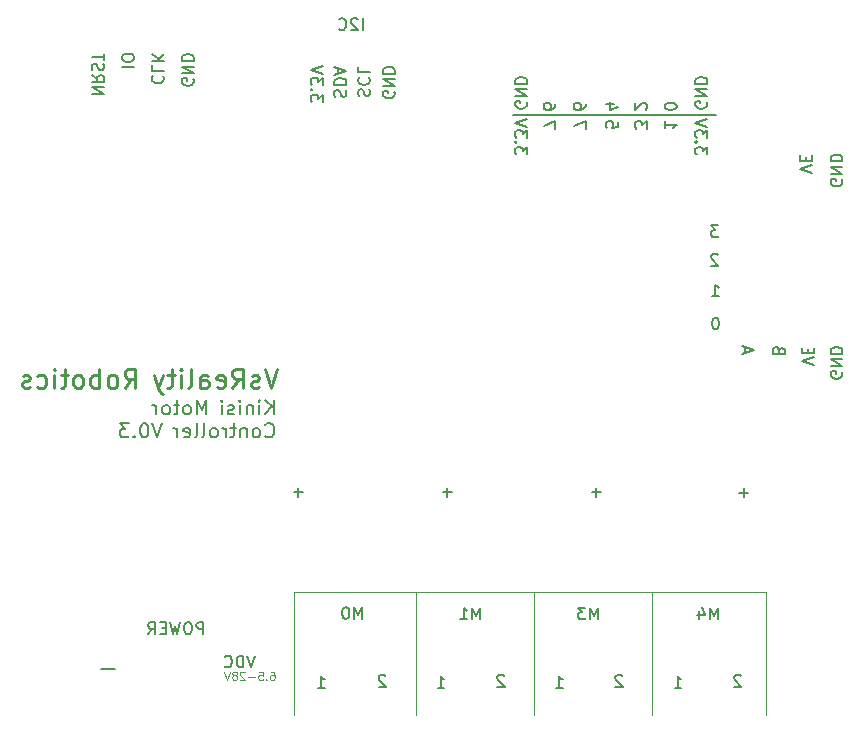
<source format=gbr>
%TF.GenerationSoftware,KiCad,Pcbnew,(7.0.0)*%
%TF.CreationDate,2023-05-21T11:33:29-07:00*%
%TF.ProjectId,smart_motor_controller,736d6172-745f-46d6-9f74-6f725f636f6e,0.1.1*%
%TF.SameCoordinates,Original*%
%TF.FileFunction,Legend,Bot*%
%TF.FilePolarity,Positive*%
%FSLAX46Y46*%
G04 Gerber Fmt 4.6, Leading zero omitted, Abs format (unit mm)*
G04 Created by KiCad (PCBNEW (7.0.0)) date 2023-05-21 11:33:29*
%MOMM*%
%LPD*%
G01*
G04 APERTURE LIST*
%ADD10C,0.120000*%
%ADD11C,0.150000*%
%ADD12C,0.250000*%
%ADD13C,0.110000*%
G04 APERTURE END LIST*
D10*
X170300000Y-105000000D02*
X170300000Y-115400000D01*
X150000000Y-105000000D02*
X190000000Y-105000000D01*
X150000000Y-105000000D02*
X150000000Y-115400000D01*
X160300000Y-105000000D02*
X160300000Y-115400000D01*
X180300000Y-105000000D02*
X180300000Y-115400000D01*
X190000000Y-105000000D02*
X190000000Y-115400000D01*
D11*
X168500000Y-64650000D02*
X185750000Y-64650000D01*
X179882619Y-65759523D02*
X179882619Y-65140476D01*
X179882619Y-65140476D02*
X179501666Y-65473809D01*
X179501666Y-65473809D02*
X179501666Y-65330952D01*
X179501666Y-65330952D02*
X179454047Y-65235714D01*
X179454047Y-65235714D02*
X179406428Y-65188095D01*
X179406428Y-65188095D02*
X179311190Y-65140476D01*
X179311190Y-65140476D02*
X179073095Y-65140476D01*
X179073095Y-65140476D02*
X178977857Y-65188095D01*
X178977857Y-65188095D02*
X178930238Y-65235714D01*
X178930238Y-65235714D02*
X178882619Y-65330952D01*
X178882619Y-65330952D02*
X178882619Y-65616666D01*
X178882619Y-65616666D02*
X178930238Y-65711904D01*
X178930238Y-65711904D02*
X178977857Y-65759523D01*
X179787380Y-64159523D02*
X179835000Y-64111904D01*
X179835000Y-64111904D02*
X179882619Y-64016666D01*
X179882619Y-64016666D02*
X179882619Y-63778571D01*
X179882619Y-63778571D02*
X179835000Y-63683333D01*
X179835000Y-63683333D02*
X179787380Y-63635714D01*
X179787380Y-63635714D02*
X179692142Y-63588095D01*
X179692142Y-63588095D02*
X179596904Y-63588095D01*
X179596904Y-63588095D02*
X179454047Y-63635714D01*
X179454047Y-63635714D02*
X178882619Y-64207142D01*
X178882619Y-64207142D02*
X178882619Y-63588095D01*
X182214285Y-113117380D02*
X182785713Y-113117380D01*
X182499999Y-113117380D02*
X182499999Y-112117380D01*
X182499999Y-112117380D02*
X182595237Y-112260238D01*
X182595237Y-112260238D02*
X182690475Y-112355476D01*
X182690475Y-112355476D02*
X182785713Y-112403095D01*
D12*
X148580001Y-86087809D02*
X148046667Y-87687809D01*
X148046667Y-87687809D02*
X147513334Y-86087809D01*
X147056191Y-87611619D02*
X146903810Y-87687809D01*
X146903810Y-87687809D02*
X146599048Y-87687809D01*
X146599048Y-87687809D02*
X146446667Y-87611619D01*
X146446667Y-87611619D02*
X146370476Y-87459238D01*
X146370476Y-87459238D02*
X146370476Y-87383047D01*
X146370476Y-87383047D02*
X146446667Y-87230666D01*
X146446667Y-87230666D02*
X146599048Y-87154476D01*
X146599048Y-87154476D02*
X146827619Y-87154476D01*
X146827619Y-87154476D02*
X146980000Y-87078285D01*
X146980000Y-87078285D02*
X147056191Y-86925904D01*
X147056191Y-86925904D02*
X147056191Y-86849714D01*
X147056191Y-86849714D02*
X146980000Y-86697333D01*
X146980000Y-86697333D02*
X146827619Y-86621142D01*
X146827619Y-86621142D02*
X146599048Y-86621142D01*
X146599048Y-86621142D02*
X146446667Y-86697333D01*
X144770476Y-87687809D02*
X145303810Y-86925904D01*
X145684762Y-87687809D02*
X145684762Y-86087809D01*
X145684762Y-86087809D02*
X145075238Y-86087809D01*
X145075238Y-86087809D02*
X144922857Y-86164000D01*
X144922857Y-86164000D02*
X144846667Y-86240190D01*
X144846667Y-86240190D02*
X144770476Y-86392571D01*
X144770476Y-86392571D02*
X144770476Y-86621142D01*
X144770476Y-86621142D02*
X144846667Y-86773523D01*
X144846667Y-86773523D02*
X144922857Y-86849714D01*
X144922857Y-86849714D02*
X145075238Y-86925904D01*
X145075238Y-86925904D02*
X145684762Y-86925904D01*
X143475238Y-87611619D02*
X143627619Y-87687809D01*
X143627619Y-87687809D02*
X143932381Y-87687809D01*
X143932381Y-87687809D02*
X144084762Y-87611619D01*
X144084762Y-87611619D02*
X144160953Y-87459238D01*
X144160953Y-87459238D02*
X144160953Y-86849714D01*
X144160953Y-86849714D02*
X144084762Y-86697333D01*
X144084762Y-86697333D02*
X143932381Y-86621142D01*
X143932381Y-86621142D02*
X143627619Y-86621142D01*
X143627619Y-86621142D02*
X143475238Y-86697333D01*
X143475238Y-86697333D02*
X143399048Y-86849714D01*
X143399048Y-86849714D02*
X143399048Y-87002095D01*
X143399048Y-87002095D02*
X144160953Y-87154476D01*
X142027619Y-87687809D02*
X142027619Y-86849714D01*
X142027619Y-86849714D02*
X142103809Y-86697333D01*
X142103809Y-86697333D02*
X142256190Y-86621142D01*
X142256190Y-86621142D02*
X142560952Y-86621142D01*
X142560952Y-86621142D02*
X142713333Y-86697333D01*
X142027619Y-87611619D02*
X142180000Y-87687809D01*
X142180000Y-87687809D02*
X142560952Y-87687809D01*
X142560952Y-87687809D02*
X142713333Y-87611619D01*
X142713333Y-87611619D02*
X142789524Y-87459238D01*
X142789524Y-87459238D02*
X142789524Y-87306857D01*
X142789524Y-87306857D02*
X142713333Y-87154476D01*
X142713333Y-87154476D02*
X142560952Y-87078285D01*
X142560952Y-87078285D02*
X142180000Y-87078285D01*
X142180000Y-87078285D02*
X142027619Y-87002095D01*
X141037143Y-87687809D02*
X141189524Y-87611619D01*
X141189524Y-87611619D02*
X141265714Y-87459238D01*
X141265714Y-87459238D02*
X141265714Y-86087809D01*
X140427619Y-87687809D02*
X140427619Y-86621142D01*
X140427619Y-86087809D02*
X140503810Y-86164000D01*
X140503810Y-86164000D02*
X140427619Y-86240190D01*
X140427619Y-86240190D02*
X140351429Y-86164000D01*
X140351429Y-86164000D02*
X140427619Y-86087809D01*
X140427619Y-86087809D02*
X140427619Y-86240190D01*
X139894286Y-86621142D02*
X139284762Y-86621142D01*
X139665714Y-86087809D02*
X139665714Y-87459238D01*
X139665714Y-87459238D02*
X139589524Y-87611619D01*
X139589524Y-87611619D02*
X139437143Y-87687809D01*
X139437143Y-87687809D02*
X139284762Y-87687809D01*
X138903809Y-86621142D02*
X138522857Y-87687809D01*
X138141904Y-86621142D02*
X138522857Y-87687809D01*
X138522857Y-87687809D02*
X138675238Y-88068761D01*
X138675238Y-88068761D02*
X138751428Y-88144952D01*
X138751428Y-88144952D02*
X138903809Y-88221142D01*
X135658094Y-87687809D02*
X136191428Y-86925904D01*
X136572380Y-87687809D02*
X136572380Y-86087809D01*
X136572380Y-86087809D02*
X135962856Y-86087809D01*
X135962856Y-86087809D02*
X135810475Y-86164000D01*
X135810475Y-86164000D02*
X135734285Y-86240190D01*
X135734285Y-86240190D02*
X135658094Y-86392571D01*
X135658094Y-86392571D02*
X135658094Y-86621142D01*
X135658094Y-86621142D02*
X135734285Y-86773523D01*
X135734285Y-86773523D02*
X135810475Y-86849714D01*
X135810475Y-86849714D02*
X135962856Y-86925904D01*
X135962856Y-86925904D02*
X136572380Y-86925904D01*
X134743809Y-87687809D02*
X134896190Y-87611619D01*
X134896190Y-87611619D02*
X134972380Y-87535428D01*
X134972380Y-87535428D02*
X135048571Y-87383047D01*
X135048571Y-87383047D02*
X135048571Y-86925904D01*
X135048571Y-86925904D02*
X134972380Y-86773523D01*
X134972380Y-86773523D02*
X134896190Y-86697333D01*
X134896190Y-86697333D02*
X134743809Y-86621142D01*
X134743809Y-86621142D02*
X134515237Y-86621142D01*
X134515237Y-86621142D02*
X134362856Y-86697333D01*
X134362856Y-86697333D02*
X134286666Y-86773523D01*
X134286666Y-86773523D02*
X134210475Y-86925904D01*
X134210475Y-86925904D02*
X134210475Y-87383047D01*
X134210475Y-87383047D02*
X134286666Y-87535428D01*
X134286666Y-87535428D02*
X134362856Y-87611619D01*
X134362856Y-87611619D02*
X134515237Y-87687809D01*
X134515237Y-87687809D02*
X134743809Y-87687809D01*
X133524761Y-87687809D02*
X133524761Y-86087809D01*
X133524761Y-86697333D02*
X133372380Y-86621142D01*
X133372380Y-86621142D02*
X133067618Y-86621142D01*
X133067618Y-86621142D02*
X132915237Y-86697333D01*
X132915237Y-86697333D02*
X132839047Y-86773523D01*
X132839047Y-86773523D02*
X132762856Y-86925904D01*
X132762856Y-86925904D02*
X132762856Y-87383047D01*
X132762856Y-87383047D02*
X132839047Y-87535428D01*
X132839047Y-87535428D02*
X132915237Y-87611619D01*
X132915237Y-87611619D02*
X133067618Y-87687809D01*
X133067618Y-87687809D02*
X133372380Y-87687809D01*
X133372380Y-87687809D02*
X133524761Y-87611619D01*
X131848571Y-87687809D02*
X132000952Y-87611619D01*
X132000952Y-87611619D02*
X132077142Y-87535428D01*
X132077142Y-87535428D02*
X132153333Y-87383047D01*
X132153333Y-87383047D02*
X132153333Y-86925904D01*
X132153333Y-86925904D02*
X132077142Y-86773523D01*
X132077142Y-86773523D02*
X132000952Y-86697333D01*
X132000952Y-86697333D02*
X131848571Y-86621142D01*
X131848571Y-86621142D02*
X131619999Y-86621142D01*
X131619999Y-86621142D02*
X131467618Y-86697333D01*
X131467618Y-86697333D02*
X131391428Y-86773523D01*
X131391428Y-86773523D02*
X131315237Y-86925904D01*
X131315237Y-86925904D02*
X131315237Y-87383047D01*
X131315237Y-87383047D02*
X131391428Y-87535428D01*
X131391428Y-87535428D02*
X131467618Y-87611619D01*
X131467618Y-87611619D02*
X131619999Y-87687809D01*
X131619999Y-87687809D02*
X131848571Y-87687809D01*
X130858095Y-86621142D02*
X130248571Y-86621142D01*
X130629523Y-86087809D02*
X130629523Y-87459238D01*
X130629523Y-87459238D02*
X130553333Y-87611619D01*
X130553333Y-87611619D02*
X130400952Y-87687809D01*
X130400952Y-87687809D02*
X130248571Y-87687809D01*
X129715237Y-87687809D02*
X129715237Y-86621142D01*
X129715237Y-86087809D02*
X129791428Y-86164000D01*
X129791428Y-86164000D02*
X129715237Y-86240190D01*
X129715237Y-86240190D02*
X129639047Y-86164000D01*
X129639047Y-86164000D02*
X129715237Y-86087809D01*
X129715237Y-86087809D02*
X129715237Y-86240190D01*
X128267618Y-87611619D02*
X128419999Y-87687809D01*
X128419999Y-87687809D02*
X128724761Y-87687809D01*
X128724761Y-87687809D02*
X128877142Y-87611619D01*
X128877142Y-87611619D02*
X128953332Y-87535428D01*
X128953332Y-87535428D02*
X129029523Y-87383047D01*
X129029523Y-87383047D02*
X129029523Y-86925904D01*
X129029523Y-86925904D02*
X128953332Y-86773523D01*
X128953332Y-86773523D02*
X128877142Y-86697333D01*
X128877142Y-86697333D02*
X128724761Y-86621142D01*
X128724761Y-86621142D02*
X128419999Y-86621142D01*
X128419999Y-86621142D02*
X128267618Y-86697333D01*
X127658094Y-87611619D02*
X127505713Y-87687809D01*
X127505713Y-87687809D02*
X127200951Y-87687809D01*
X127200951Y-87687809D02*
X127048570Y-87611619D01*
X127048570Y-87611619D02*
X126972379Y-87459238D01*
X126972379Y-87459238D02*
X126972379Y-87383047D01*
X126972379Y-87383047D02*
X127048570Y-87230666D01*
X127048570Y-87230666D02*
X127200951Y-87154476D01*
X127200951Y-87154476D02*
X127429522Y-87154476D01*
X127429522Y-87154476D02*
X127581903Y-87078285D01*
X127581903Y-87078285D02*
X127658094Y-86925904D01*
X127658094Y-86925904D02*
X127658094Y-86849714D01*
X127658094Y-86849714D02*
X127581903Y-86697333D01*
X127581903Y-86697333D02*
X127429522Y-86621142D01*
X127429522Y-86621142D02*
X127200951Y-86621142D01*
X127200951Y-86621142D02*
X127048570Y-86697333D01*
D11*
X193832619Y-69485713D02*
X192832619Y-69152380D01*
X192832619Y-69152380D02*
X193832619Y-68819047D01*
X193356428Y-68485713D02*
X193356428Y-68152380D01*
X192832619Y-68009523D02*
X192832619Y-68485713D01*
X192832619Y-68485713D02*
X193832619Y-68485713D01*
X193832619Y-68485713D02*
X193832619Y-68009523D01*
X194032619Y-85785713D02*
X193032619Y-85452380D01*
X193032619Y-85452380D02*
X194032619Y-85119047D01*
X193556428Y-84785713D02*
X193556428Y-84452380D01*
X193032619Y-84309523D02*
X193032619Y-84785713D01*
X193032619Y-84785713D02*
X194032619Y-84785713D01*
X194032619Y-84785713D02*
X194032619Y-84309523D01*
X184982619Y-67949999D02*
X184982619Y-67330952D01*
X184982619Y-67330952D02*
X184601666Y-67664285D01*
X184601666Y-67664285D02*
X184601666Y-67521428D01*
X184601666Y-67521428D02*
X184554047Y-67426190D01*
X184554047Y-67426190D02*
X184506428Y-67378571D01*
X184506428Y-67378571D02*
X184411190Y-67330952D01*
X184411190Y-67330952D02*
X184173095Y-67330952D01*
X184173095Y-67330952D02*
X184077857Y-67378571D01*
X184077857Y-67378571D02*
X184030238Y-67426190D01*
X184030238Y-67426190D02*
X183982619Y-67521428D01*
X183982619Y-67521428D02*
X183982619Y-67807142D01*
X183982619Y-67807142D02*
X184030238Y-67902380D01*
X184030238Y-67902380D02*
X184077857Y-67949999D01*
X184077857Y-66902380D02*
X184030238Y-66854761D01*
X184030238Y-66854761D02*
X183982619Y-66902380D01*
X183982619Y-66902380D02*
X184030238Y-66949999D01*
X184030238Y-66949999D02*
X184077857Y-66902380D01*
X184077857Y-66902380D02*
X183982619Y-66902380D01*
X184982619Y-66521428D02*
X184982619Y-65902381D01*
X184982619Y-65902381D02*
X184601666Y-66235714D01*
X184601666Y-66235714D02*
X184601666Y-66092857D01*
X184601666Y-66092857D02*
X184554047Y-65997619D01*
X184554047Y-65997619D02*
X184506428Y-65950000D01*
X184506428Y-65950000D02*
X184411190Y-65902381D01*
X184411190Y-65902381D02*
X184173095Y-65902381D01*
X184173095Y-65902381D02*
X184077857Y-65950000D01*
X184077857Y-65950000D02*
X184030238Y-65997619D01*
X184030238Y-65997619D02*
X183982619Y-66092857D01*
X183982619Y-66092857D02*
X183982619Y-66378571D01*
X183982619Y-66378571D02*
X184030238Y-66473809D01*
X184030238Y-66473809D02*
X184077857Y-66521428D01*
X184982619Y-65616666D02*
X183982619Y-65283333D01*
X183982619Y-65283333D02*
X184982619Y-64950000D01*
X184935000Y-63492857D02*
X184982619Y-63588095D01*
X184982619Y-63588095D02*
X184982619Y-63730952D01*
X184982619Y-63730952D02*
X184935000Y-63873809D01*
X184935000Y-63873809D02*
X184839761Y-63969047D01*
X184839761Y-63969047D02*
X184744523Y-64016666D01*
X184744523Y-64016666D02*
X184554047Y-64064285D01*
X184554047Y-64064285D02*
X184411190Y-64064285D01*
X184411190Y-64064285D02*
X184220714Y-64016666D01*
X184220714Y-64016666D02*
X184125476Y-63969047D01*
X184125476Y-63969047D02*
X184030238Y-63873809D01*
X184030238Y-63873809D02*
X183982619Y-63730952D01*
X183982619Y-63730952D02*
X183982619Y-63635714D01*
X183982619Y-63635714D02*
X184030238Y-63492857D01*
X184030238Y-63492857D02*
X184077857Y-63445238D01*
X184077857Y-63445238D02*
X184411190Y-63445238D01*
X184411190Y-63445238D02*
X184411190Y-63635714D01*
X183982619Y-63016666D02*
X184982619Y-63016666D01*
X184982619Y-63016666D02*
X183982619Y-62445238D01*
X183982619Y-62445238D02*
X184982619Y-62445238D01*
X183982619Y-61969047D02*
X184982619Y-61969047D01*
X184982619Y-61969047D02*
X184982619Y-61730952D01*
X184982619Y-61730952D02*
X184935000Y-61588095D01*
X184935000Y-61588095D02*
X184839761Y-61492857D01*
X184839761Y-61492857D02*
X184744523Y-61445238D01*
X184744523Y-61445238D02*
X184554047Y-61397619D01*
X184554047Y-61397619D02*
X184411190Y-61397619D01*
X184411190Y-61397619D02*
X184220714Y-61445238D01*
X184220714Y-61445238D02*
X184125476Y-61492857D01*
X184125476Y-61492857D02*
X184030238Y-61588095D01*
X184030238Y-61588095D02*
X183982619Y-61730952D01*
X183982619Y-61730952D02*
X183982619Y-61969047D01*
X141455000Y-61561904D02*
X141502619Y-61657142D01*
X141502619Y-61657142D02*
X141502619Y-61799999D01*
X141502619Y-61799999D02*
X141455000Y-61942856D01*
X141455000Y-61942856D02*
X141359761Y-62038094D01*
X141359761Y-62038094D02*
X141264523Y-62085713D01*
X141264523Y-62085713D02*
X141074047Y-62133332D01*
X141074047Y-62133332D02*
X140931190Y-62133332D01*
X140931190Y-62133332D02*
X140740714Y-62085713D01*
X140740714Y-62085713D02*
X140645476Y-62038094D01*
X140645476Y-62038094D02*
X140550238Y-61942856D01*
X140550238Y-61942856D02*
X140502619Y-61799999D01*
X140502619Y-61799999D02*
X140502619Y-61704761D01*
X140502619Y-61704761D02*
X140550238Y-61561904D01*
X140550238Y-61561904D02*
X140597857Y-61514285D01*
X140597857Y-61514285D02*
X140931190Y-61514285D01*
X140931190Y-61514285D02*
X140931190Y-61704761D01*
X140502619Y-61085713D02*
X141502619Y-61085713D01*
X141502619Y-61085713D02*
X140502619Y-60514285D01*
X140502619Y-60514285D02*
X141502619Y-60514285D01*
X140502619Y-60038094D02*
X141502619Y-60038094D01*
X141502619Y-60038094D02*
X141502619Y-59799999D01*
X141502619Y-59799999D02*
X141455000Y-59657142D01*
X141455000Y-59657142D02*
X141359761Y-59561904D01*
X141359761Y-59561904D02*
X141264523Y-59514285D01*
X141264523Y-59514285D02*
X141074047Y-59466666D01*
X141074047Y-59466666D02*
X140931190Y-59466666D01*
X140931190Y-59466666D02*
X140740714Y-59514285D01*
X140740714Y-59514285D02*
X140645476Y-59561904D01*
X140645476Y-59561904D02*
X140550238Y-59657142D01*
X140550238Y-59657142D02*
X140502619Y-59799999D01*
X140502619Y-59799999D02*
X140502619Y-60038094D01*
X177407619Y-65188095D02*
X177407619Y-65664285D01*
X177407619Y-65664285D02*
X176931428Y-65711904D01*
X176931428Y-65711904D02*
X176979047Y-65664285D01*
X176979047Y-65664285D02*
X177026666Y-65569047D01*
X177026666Y-65569047D02*
X177026666Y-65330952D01*
X177026666Y-65330952D02*
X176979047Y-65235714D01*
X176979047Y-65235714D02*
X176931428Y-65188095D01*
X176931428Y-65188095D02*
X176836190Y-65140476D01*
X176836190Y-65140476D02*
X176598095Y-65140476D01*
X176598095Y-65140476D02*
X176502857Y-65188095D01*
X176502857Y-65188095D02*
X176455238Y-65235714D01*
X176455238Y-65235714D02*
X176407619Y-65330952D01*
X176407619Y-65330952D02*
X176407619Y-65569047D01*
X176407619Y-65569047D02*
X176455238Y-65664285D01*
X176455238Y-65664285D02*
X176502857Y-65711904D01*
X177074285Y-63683333D02*
X176407619Y-63683333D01*
X177455238Y-63921428D02*
X176740952Y-64159523D01*
X176740952Y-64159523D02*
X176740952Y-63540476D01*
X152014285Y-113117380D02*
X152585713Y-113117380D01*
X152299999Y-113117380D02*
X152299999Y-112117380D01*
X152299999Y-112117380D02*
X152395237Y-112260238D01*
X152395237Y-112260238D02*
X152490475Y-112355476D01*
X152490475Y-112355476D02*
X152585713Y-112403095D01*
X175188095Y-96551428D02*
X175950000Y-96551428D01*
X175569047Y-96932380D02*
X175569047Y-96170476D01*
X172164285Y-113117380D02*
X172735713Y-113117380D01*
X172449999Y-113117380D02*
X172449999Y-112117380D01*
X172449999Y-112117380D02*
X172545237Y-112260238D01*
X172545237Y-112260238D02*
X172640475Y-112355476D01*
X172640475Y-112355476D02*
X172735713Y-112403095D01*
X165759523Y-107317380D02*
X165759523Y-106317380D01*
X165759523Y-106317380D02*
X165426190Y-107031666D01*
X165426190Y-107031666D02*
X165092857Y-106317380D01*
X165092857Y-106317380D02*
X165092857Y-107317380D01*
X164092857Y-107317380D02*
X164664285Y-107317380D01*
X164378571Y-107317380D02*
X164378571Y-106317380D01*
X164378571Y-106317380D02*
X164473809Y-106460238D01*
X164473809Y-106460238D02*
X164569047Y-106555476D01*
X164569047Y-106555476D02*
X164664285Y-106603095D01*
X185859523Y-107317380D02*
X185859523Y-106317380D01*
X185859523Y-106317380D02*
X185526190Y-107031666D01*
X185526190Y-107031666D02*
X185192857Y-106317380D01*
X185192857Y-106317380D02*
X185192857Y-107317380D01*
X184288095Y-106650714D02*
X184288095Y-107317380D01*
X184526190Y-106269761D02*
X184764285Y-106984047D01*
X184764285Y-106984047D02*
X184145238Y-106984047D01*
X138057857Y-61295238D02*
X138010238Y-61342857D01*
X138010238Y-61342857D02*
X137962619Y-61485714D01*
X137962619Y-61485714D02*
X137962619Y-61580952D01*
X137962619Y-61580952D02*
X138010238Y-61723809D01*
X138010238Y-61723809D02*
X138105476Y-61819047D01*
X138105476Y-61819047D02*
X138200714Y-61866666D01*
X138200714Y-61866666D02*
X138391190Y-61914285D01*
X138391190Y-61914285D02*
X138534047Y-61914285D01*
X138534047Y-61914285D02*
X138724523Y-61866666D01*
X138724523Y-61866666D02*
X138819761Y-61819047D01*
X138819761Y-61819047D02*
X138915000Y-61723809D01*
X138915000Y-61723809D02*
X138962619Y-61580952D01*
X138962619Y-61580952D02*
X138962619Y-61485714D01*
X138962619Y-61485714D02*
X138915000Y-61342857D01*
X138915000Y-61342857D02*
X138867380Y-61295238D01*
X137962619Y-60390476D02*
X137962619Y-60866666D01*
X137962619Y-60866666D02*
X138962619Y-60866666D01*
X137962619Y-60057142D02*
X138962619Y-60057142D01*
X137962619Y-59485714D02*
X138534047Y-59914285D01*
X138962619Y-59485714D02*
X138391190Y-60057142D01*
X142309523Y-108567380D02*
X142309523Y-107567380D01*
X142309523Y-107567380D02*
X141928571Y-107567380D01*
X141928571Y-107567380D02*
X141833333Y-107615000D01*
X141833333Y-107615000D02*
X141785714Y-107662619D01*
X141785714Y-107662619D02*
X141738095Y-107757857D01*
X141738095Y-107757857D02*
X141738095Y-107900714D01*
X141738095Y-107900714D02*
X141785714Y-107995952D01*
X141785714Y-107995952D02*
X141833333Y-108043571D01*
X141833333Y-108043571D02*
X141928571Y-108091190D01*
X141928571Y-108091190D02*
X142309523Y-108091190D01*
X141119047Y-107567380D02*
X140928571Y-107567380D01*
X140928571Y-107567380D02*
X140833333Y-107615000D01*
X140833333Y-107615000D02*
X140738095Y-107710238D01*
X140738095Y-107710238D02*
X140690476Y-107900714D01*
X140690476Y-107900714D02*
X140690476Y-108234047D01*
X140690476Y-108234047D02*
X140738095Y-108424523D01*
X140738095Y-108424523D02*
X140833333Y-108519761D01*
X140833333Y-108519761D02*
X140928571Y-108567380D01*
X140928571Y-108567380D02*
X141119047Y-108567380D01*
X141119047Y-108567380D02*
X141214285Y-108519761D01*
X141214285Y-108519761D02*
X141309523Y-108424523D01*
X141309523Y-108424523D02*
X141357142Y-108234047D01*
X141357142Y-108234047D02*
X141357142Y-107900714D01*
X141357142Y-107900714D02*
X141309523Y-107710238D01*
X141309523Y-107710238D02*
X141214285Y-107615000D01*
X141214285Y-107615000D02*
X141119047Y-107567380D01*
X140357142Y-107567380D02*
X140119047Y-108567380D01*
X140119047Y-108567380D02*
X139928571Y-107853095D01*
X139928571Y-107853095D02*
X139738095Y-108567380D01*
X139738095Y-108567380D02*
X139500000Y-107567380D01*
X139119047Y-108043571D02*
X138785714Y-108043571D01*
X138642857Y-108567380D02*
X139119047Y-108567380D01*
X139119047Y-108567380D02*
X139119047Y-107567380D01*
X139119047Y-107567380D02*
X138642857Y-107567380D01*
X137642857Y-108567380D02*
X137976190Y-108091190D01*
X138214285Y-108567380D02*
X138214285Y-107567380D01*
X138214285Y-107567380D02*
X137833333Y-107567380D01*
X137833333Y-107567380D02*
X137738095Y-107615000D01*
X137738095Y-107615000D02*
X137690476Y-107662619D01*
X137690476Y-107662619D02*
X137642857Y-107757857D01*
X137642857Y-107757857D02*
X137642857Y-107900714D01*
X137642857Y-107900714D02*
X137690476Y-107995952D01*
X137690476Y-107995952D02*
X137738095Y-108043571D01*
X137738095Y-108043571D02*
X137833333Y-108091190D01*
X137833333Y-108091190D02*
X138214285Y-108091190D01*
X174682619Y-65759523D02*
X174682619Y-65092857D01*
X174682619Y-65092857D02*
X173682619Y-65521428D01*
X174682619Y-63683333D02*
X174682619Y-63873809D01*
X174682619Y-63873809D02*
X174635000Y-63969047D01*
X174635000Y-63969047D02*
X174587380Y-64016666D01*
X174587380Y-64016666D02*
X174444523Y-64111904D01*
X174444523Y-64111904D02*
X174254047Y-64159523D01*
X174254047Y-64159523D02*
X173873095Y-64159523D01*
X173873095Y-64159523D02*
X173777857Y-64111904D01*
X173777857Y-64111904D02*
X173730238Y-64064285D01*
X173730238Y-64064285D02*
X173682619Y-63969047D01*
X173682619Y-63969047D02*
X173682619Y-63778571D01*
X173682619Y-63778571D02*
X173730238Y-63683333D01*
X173730238Y-63683333D02*
X173777857Y-63635714D01*
X173777857Y-63635714D02*
X173873095Y-63588095D01*
X173873095Y-63588095D02*
X174111190Y-63588095D01*
X174111190Y-63588095D02*
X174206428Y-63635714D01*
X174206428Y-63635714D02*
X174254047Y-63683333D01*
X174254047Y-63683333D02*
X174301666Y-63778571D01*
X174301666Y-63778571D02*
X174301666Y-63969047D01*
X174301666Y-63969047D02*
X174254047Y-64064285D01*
X174254047Y-64064285D02*
X174206428Y-64111904D01*
X174206428Y-64111904D02*
X174111190Y-64159523D01*
X162588095Y-96551428D02*
X163350000Y-96551428D01*
X162969047Y-96932380D02*
X162969047Y-96170476D01*
X188193333Y-84738094D02*
X188193333Y-84261904D01*
X187907619Y-84833332D02*
X188907619Y-84499999D01*
X188907619Y-84499999D02*
X187907619Y-84166666D01*
X155465238Y-63009523D02*
X155417619Y-62866666D01*
X155417619Y-62866666D02*
X155417619Y-62628571D01*
X155417619Y-62628571D02*
X155465238Y-62533333D01*
X155465238Y-62533333D02*
X155512857Y-62485714D01*
X155512857Y-62485714D02*
X155608095Y-62438095D01*
X155608095Y-62438095D02*
X155703333Y-62438095D01*
X155703333Y-62438095D02*
X155798571Y-62485714D01*
X155798571Y-62485714D02*
X155846190Y-62533333D01*
X155846190Y-62533333D02*
X155893809Y-62628571D01*
X155893809Y-62628571D02*
X155941428Y-62819047D01*
X155941428Y-62819047D02*
X155989047Y-62914285D01*
X155989047Y-62914285D02*
X156036666Y-62961904D01*
X156036666Y-62961904D02*
X156131904Y-63009523D01*
X156131904Y-63009523D02*
X156227142Y-63009523D01*
X156227142Y-63009523D02*
X156322380Y-62961904D01*
X156322380Y-62961904D02*
X156370000Y-62914285D01*
X156370000Y-62914285D02*
X156417619Y-62819047D01*
X156417619Y-62819047D02*
X156417619Y-62580952D01*
X156417619Y-62580952D02*
X156370000Y-62438095D01*
X155512857Y-61438095D02*
X155465238Y-61485714D01*
X155465238Y-61485714D02*
X155417619Y-61628571D01*
X155417619Y-61628571D02*
X155417619Y-61723809D01*
X155417619Y-61723809D02*
X155465238Y-61866666D01*
X155465238Y-61866666D02*
X155560476Y-61961904D01*
X155560476Y-61961904D02*
X155655714Y-62009523D01*
X155655714Y-62009523D02*
X155846190Y-62057142D01*
X155846190Y-62057142D02*
X155989047Y-62057142D01*
X155989047Y-62057142D02*
X156179523Y-62009523D01*
X156179523Y-62009523D02*
X156274761Y-61961904D01*
X156274761Y-61961904D02*
X156370000Y-61866666D01*
X156370000Y-61866666D02*
X156417619Y-61723809D01*
X156417619Y-61723809D02*
X156417619Y-61628571D01*
X156417619Y-61628571D02*
X156370000Y-61485714D01*
X156370000Y-61485714D02*
X156322380Y-61438095D01*
X155417619Y-60533333D02*
X155417619Y-61009523D01*
X155417619Y-61009523D02*
X156417619Y-61009523D01*
X158470000Y-62638095D02*
X158517619Y-62733333D01*
X158517619Y-62733333D02*
X158517619Y-62876190D01*
X158517619Y-62876190D02*
X158470000Y-63019047D01*
X158470000Y-63019047D02*
X158374761Y-63114285D01*
X158374761Y-63114285D02*
X158279523Y-63161904D01*
X158279523Y-63161904D02*
X158089047Y-63209523D01*
X158089047Y-63209523D02*
X157946190Y-63209523D01*
X157946190Y-63209523D02*
X157755714Y-63161904D01*
X157755714Y-63161904D02*
X157660476Y-63114285D01*
X157660476Y-63114285D02*
X157565238Y-63019047D01*
X157565238Y-63019047D02*
X157517619Y-62876190D01*
X157517619Y-62876190D02*
X157517619Y-62780952D01*
X157517619Y-62780952D02*
X157565238Y-62638095D01*
X157565238Y-62638095D02*
X157612857Y-62590476D01*
X157612857Y-62590476D02*
X157946190Y-62590476D01*
X157946190Y-62590476D02*
X157946190Y-62780952D01*
X157517619Y-62161904D02*
X158517619Y-62161904D01*
X158517619Y-62161904D02*
X157517619Y-61590476D01*
X157517619Y-61590476D02*
X158517619Y-61590476D01*
X157517619Y-61114285D02*
X158517619Y-61114285D01*
X158517619Y-61114285D02*
X158517619Y-60876190D01*
X158517619Y-60876190D02*
X158470000Y-60733333D01*
X158470000Y-60733333D02*
X158374761Y-60638095D01*
X158374761Y-60638095D02*
X158279523Y-60590476D01*
X158279523Y-60590476D02*
X158089047Y-60542857D01*
X158089047Y-60542857D02*
X157946190Y-60542857D01*
X157946190Y-60542857D02*
X157755714Y-60590476D01*
X157755714Y-60590476D02*
X157660476Y-60638095D01*
X157660476Y-60638095D02*
X157565238Y-60733333D01*
X157565238Y-60733333D02*
X157517619Y-60876190D01*
X157517619Y-60876190D02*
X157517619Y-61114285D01*
X155811904Y-57432380D02*
X155811904Y-56432380D01*
X155383333Y-56527619D02*
X155335714Y-56480000D01*
X155335714Y-56480000D02*
X155240476Y-56432380D01*
X155240476Y-56432380D02*
X155002381Y-56432380D01*
X155002381Y-56432380D02*
X154907143Y-56480000D01*
X154907143Y-56480000D02*
X154859524Y-56527619D01*
X154859524Y-56527619D02*
X154811905Y-56622857D01*
X154811905Y-56622857D02*
X154811905Y-56718095D01*
X154811905Y-56718095D02*
X154859524Y-56860952D01*
X154859524Y-56860952D02*
X155430952Y-57432380D01*
X155430952Y-57432380D02*
X154811905Y-57432380D01*
X153811905Y-57337142D02*
X153859524Y-57384761D01*
X153859524Y-57384761D02*
X154002381Y-57432380D01*
X154002381Y-57432380D02*
X154097619Y-57432380D01*
X154097619Y-57432380D02*
X154240476Y-57384761D01*
X154240476Y-57384761D02*
X154335714Y-57289523D01*
X154335714Y-57289523D02*
X154383333Y-57194285D01*
X154383333Y-57194285D02*
X154430952Y-57003809D01*
X154430952Y-57003809D02*
X154430952Y-56860952D01*
X154430952Y-56860952D02*
X154383333Y-56670476D01*
X154383333Y-56670476D02*
X154335714Y-56575238D01*
X154335714Y-56575238D02*
X154240476Y-56480000D01*
X154240476Y-56480000D02*
X154097619Y-56432380D01*
X154097619Y-56432380D02*
X154002381Y-56432380D01*
X154002381Y-56432380D02*
X153859524Y-56480000D01*
X153859524Y-56480000D02*
X153811905Y-56527619D01*
X185885713Y-76462619D02*
X185838094Y-76415000D01*
X185838094Y-76415000D02*
X185742856Y-76367380D01*
X185742856Y-76367380D02*
X185504761Y-76367380D01*
X185504761Y-76367380D02*
X185409523Y-76415000D01*
X185409523Y-76415000D02*
X185361904Y-76462619D01*
X185361904Y-76462619D02*
X185314285Y-76557857D01*
X185314285Y-76557857D02*
X185314285Y-76653095D01*
X185314285Y-76653095D02*
X185361904Y-76795952D01*
X185361904Y-76795952D02*
X185933332Y-77367380D01*
X185933332Y-77367380D02*
X185314285Y-77367380D01*
X152417619Y-63507142D02*
X152417619Y-62888095D01*
X152417619Y-62888095D02*
X152036666Y-63221428D01*
X152036666Y-63221428D02*
X152036666Y-63078571D01*
X152036666Y-63078571D02*
X151989047Y-62983333D01*
X151989047Y-62983333D02*
X151941428Y-62935714D01*
X151941428Y-62935714D02*
X151846190Y-62888095D01*
X151846190Y-62888095D02*
X151608095Y-62888095D01*
X151608095Y-62888095D02*
X151512857Y-62935714D01*
X151512857Y-62935714D02*
X151465238Y-62983333D01*
X151465238Y-62983333D02*
X151417619Y-63078571D01*
X151417619Y-63078571D02*
X151417619Y-63364285D01*
X151417619Y-63364285D02*
X151465238Y-63459523D01*
X151465238Y-63459523D02*
X151512857Y-63507142D01*
X151512857Y-62459523D02*
X151465238Y-62411904D01*
X151465238Y-62411904D02*
X151417619Y-62459523D01*
X151417619Y-62459523D02*
X151465238Y-62507142D01*
X151465238Y-62507142D02*
X151512857Y-62459523D01*
X151512857Y-62459523D02*
X151417619Y-62459523D01*
X152417619Y-62078571D02*
X152417619Y-61459524D01*
X152417619Y-61459524D02*
X152036666Y-61792857D01*
X152036666Y-61792857D02*
X152036666Y-61650000D01*
X152036666Y-61650000D02*
X151989047Y-61554762D01*
X151989047Y-61554762D02*
X151941428Y-61507143D01*
X151941428Y-61507143D02*
X151846190Y-61459524D01*
X151846190Y-61459524D02*
X151608095Y-61459524D01*
X151608095Y-61459524D02*
X151512857Y-61507143D01*
X151512857Y-61507143D02*
X151465238Y-61554762D01*
X151465238Y-61554762D02*
X151417619Y-61650000D01*
X151417619Y-61650000D02*
X151417619Y-61935714D01*
X151417619Y-61935714D02*
X151465238Y-62030952D01*
X151465238Y-62030952D02*
X151512857Y-62078571D01*
X152417619Y-61173809D02*
X151417619Y-60840476D01*
X151417619Y-60840476D02*
X152417619Y-60507143D01*
D13*
X148033333Y-111747666D02*
X148166666Y-111747666D01*
X148166666Y-111747666D02*
X148233333Y-111781000D01*
X148233333Y-111781000D02*
X148266666Y-111814333D01*
X148266666Y-111814333D02*
X148333333Y-111914333D01*
X148333333Y-111914333D02*
X148366666Y-112047666D01*
X148366666Y-112047666D02*
X148366666Y-112314333D01*
X148366666Y-112314333D02*
X148333333Y-112381000D01*
X148333333Y-112381000D02*
X148300000Y-112414333D01*
X148300000Y-112414333D02*
X148233333Y-112447666D01*
X148233333Y-112447666D02*
X148100000Y-112447666D01*
X148100000Y-112447666D02*
X148033333Y-112414333D01*
X148033333Y-112414333D02*
X148000000Y-112381000D01*
X148000000Y-112381000D02*
X147966666Y-112314333D01*
X147966666Y-112314333D02*
X147966666Y-112147666D01*
X147966666Y-112147666D02*
X148000000Y-112081000D01*
X148000000Y-112081000D02*
X148033333Y-112047666D01*
X148033333Y-112047666D02*
X148100000Y-112014333D01*
X148100000Y-112014333D02*
X148233333Y-112014333D01*
X148233333Y-112014333D02*
X148300000Y-112047666D01*
X148300000Y-112047666D02*
X148333333Y-112081000D01*
X148333333Y-112081000D02*
X148366666Y-112147666D01*
X147666666Y-112381000D02*
X147633333Y-112414333D01*
X147633333Y-112414333D02*
X147666666Y-112447666D01*
X147666666Y-112447666D02*
X147699999Y-112414333D01*
X147699999Y-112414333D02*
X147666666Y-112381000D01*
X147666666Y-112381000D02*
X147666666Y-112447666D01*
X147000000Y-111747666D02*
X147333333Y-111747666D01*
X147333333Y-111747666D02*
X147366666Y-112081000D01*
X147366666Y-112081000D02*
X147333333Y-112047666D01*
X147333333Y-112047666D02*
X147266666Y-112014333D01*
X147266666Y-112014333D02*
X147100000Y-112014333D01*
X147100000Y-112014333D02*
X147033333Y-112047666D01*
X147033333Y-112047666D02*
X147000000Y-112081000D01*
X147000000Y-112081000D02*
X146966666Y-112147666D01*
X146966666Y-112147666D02*
X146966666Y-112314333D01*
X146966666Y-112314333D02*
X147000000Y-112381000D01*
X147000000Y-112381000D02*
X147033333Y-112414333D01*
X147033333Y-112414333D02*
X147100000Y-112447666D01*
X147100000Y-112447666D02*
X147266666Y-112447666D01*
X147266666Y-112447666D02*
X147333333Y-112414333D01*
X147333333Y-112414333D02*
X147366666Y-112381000D01*
X146666666Y-112181000D02*
X146133333Y-112181000D01*
X145833332Y-111814333D02*
X145799999Y-111781000D01*
X145799999Y-111781000D02*
X145733332Y-111747666D01*
X145733332Y-111747666D02*
X145566666Y-111747666D01*
X145566666Y-111747666D02*
X145499999Y-111781000D01*
X145499999Y-111781000D02*
X145466666Y-111814333D01*
X145466666Y-111814333D02*
X145433332Y-111881000D01*
X145433332Y-111881000D02*
X145433332Y-111947666D01*
X145433332Y-111947666D02*
X145466666Y-112047666D01*
X145466666Y-112047666D02*
X145866666Y-112447666D01*
X145866666Y-112447666D02*
X145433332Y-112447666D01*
X145033332Y-112047666D02*
X145099999Y-112014333D01*
X145099999Y-112014333D02*
X145133332Y-111981000D01*
X145133332Y-111981000D02*
X145166665Y-111914333D01*
X145166665Y-111914333D02*
X145166665Y-111881000D01*
X145166665Y-111881000D02*
X145133332Y-111814333D01*
X145133332Y-111814333D02*
X145099999Y-111781000D01*
X145099999Y-111781000D02*
X145033332Y-111747666D01*
X145033332Y-111747666D02*
X144899999Y-111747666D01*
X144899999Y-111747666D02*
X144833332Y-111781000D01*
X144833332Y-111781000D02*
X144799999Y-111814333D01*
X144799999Y-111814333D02*
X144766665Y-111881000D01*
X144766665Y-111881000D02*
X144766665Y-111914333D01*
X144766665Y-111914333D02*
X144799999Y-111981000D01*
X144799999Y-111981000D02*
X144833332Y-112014333D01*
X144833332Y-112014333D02*
X144899999Y-112047666D01*
X144899999Y-112047666D02*
X145033332Y-112047666D01*
X145033332Y-112047666D02*
X145099999Y-112081000D01*
X145099999Y-112081000D02*
X145133332Y-112114333D01*
X145133332Y-112114333D02*
X145166665Y-112181000D01*
X145166665Y-112181000D02*
X145166665Y-112314333D01*
X145166665Y-112314333D02*
X145133332Y-112381000D01*
X145133332Y-112381000D02*
X145099999Y-112414333D01*
X145099999Y-112414333D02*
X145033332Y-112447666D01*
X145033332Y-112447666D02*
X144899999Y-112447666D01*
X144899999Y-112447666D02*
X144833332Y-112414333D01*
X144833332Y-112414333D02*
X144799999Y-112381000D01*
X144799999Y-112381000D02*
X144766665Y-112314333D01*
X144766665Y-112314333D02*
X144766665Y-112181000D01*
X144766665Y-112181000D02*
X144799999Y-112114333D01*
X144799999Y-112114333D02*
X144833332Y-112081000D01*
X144833332Y-112081000D02*
X144899999Y-112047666D01*
X144566665Y-111747666D02*
X144333332Y-112447666D01*
X144333332Y-112447666D02*
X144099998Y-111747666D01*
D11*
X177785713Y-112112619D02*
X177738094Y-112065000D01*
X177738094Y-112065000D02*
X177642856Y-112017380D01*
X177642856Y-112017380D02*
X177404761Y-112017380D01*
X177404761Y-112017380D02*
X177309523Y-112065000D01*
X177309523Y-112065000D02*
X177261904Y-112112619D01*
X177261904Y-112112619D02*
X177214285Y-112207857D01*
X177214285Y-112207857D02*
X177214285Y-112303095D01*
X177214285Y-112303095D02*
X177261904Y-112445952D01*
X177261904Y-112445952D02*
X177833332Y-113017380D01*
X177833332Y-113017380D02*
X177214285Y-113017380D01*
X185933332Y-73967380D02*
X185314285Y-73967380D01*
X185314285Y-73967380D02*
X185647618Y-74348333D01*
X185647618Y-74348333D02*
X185504761Y-74348333D01*
X185504761Y-74348333D02*
X185409523Y-74395952D01*
X185409523Y-74395952D02*
X185361904Y-74443571D01*
X185361904Y-74443571D02*
X185314285Y-74538809D01*
X185314285Y-74538809D02*
X185314285Y-74776904D01*
X185314285Y-74776904D02*
X185361904Y-74872142D01*
X185361904Y-74872142D02*
X185409523Y-74919761D01*
X185409523Y-74919761D02*
X185504761Y-74967380D01*
X185504761Y-74967380D02*
X185790475Y-74967380D01*
X185790475Y-74967380D02*
X185885713Y-74919761D01*
X185885713Y-74919761D02*
X185933332Y-74872142D01*
X135432619Y-60523808D02*
X136432619Y-60523808D01*
X136432619Y-59857142D02*
X136432619Y-59666666D01*
X136432619Y-59666666D02*
X136385000Y-59571428D01*
X136385000Y-59571428D02*
X136289761Y-59476190D01*
X136289761Y-59476190D02*
X136099285Y-59428571D01*
X136099285Y-59428571D02*
X135765952Y-59428571D01*
X135765952Y-59428571D02*
X135575476Y-59476190D01*
X135575476Y-59476190D02*
X135480238Y-59571428D01*
X135480238Y-59571428D02*
X135432619Y-59666666D01*
X135432619Y-59666666D02*
X135432619Y-59857142D01*
X135432619Y-59857142D02*
X135480238Y-59952380D01*
X135480238Y-59952380D02*
X135575476Y-60047618D01*
X135575476Y-60047618D02*
X135765952Y-60095237D01*
X135765952Y-60095237D02*
X136099285Y-60095237D01*
X136099285Y-60095237D02*
X136289761Y-60047618D01*
X136289761Y-60047618D02*
X136385000Y-59952380D01*
X136385000Y-59952380D02*
X136432619Y-59857142D01*
X153465238Y-63059523D02*
X153417619Y-62916666D01*
X153417619Y-62916666D02*
X153417619Y-62678571D01*
X153417619Y-62678571D02*
X153465238Y-62583333D01*
X153465238Y-62583333D02*
X153512857Y-62535714D01*
X153512857Y-62535714D02*
X153608095Y-62488095D01*
X153608095Y-62488095D02*
X153703333Y-62488095D01*
X153703333Y-62488095D02*
X153798571Y-62535714D01*
X153798571Y-62535714D02*
X153846190Y-62583333D01*
X153846190Y-62583333D02*
X153893809Y-62678571D01*
X153893809Y-62678571D02*
X153941428Y-62869047D01*
X153941428Y-62869047D02*
X153989047Y-62964285D01*
X153989047Y-62964285D02*
X154036666Y-63011904D01*
X154036666Y-63011904D02*
X154131904Y-63059523D01*
X154131904Y-63059523D02*
X154227142Y-63059523D01*
X154227142Y-63059523D02*
X154322380Y-63011904D01*
X154322380Y-63011904D02*
X154370000Y-62964285D01*
X154370000Y-62964285D02*
X154417619Y-62869047D01*
X154417619Y-62869047D02*
X154417619Y-62630952D01*
X154417619Y-62630952D02*
X154370000Y-62488095D01*
X153417619Y-62059523D02*
X154417619Y-62059523D01*
X154417619Y-62059523D02*
X154417619Y-61821428D01*
X154417619Y-61821428D02*
X154370000Y-61678571D01*
X154370000Y-61678571D02*
X154274761Y-61583333D01*
X154274761Y-61583333D02*
X154179523Y-61535714D01*
X154179523Y-61535714D02*
X153989047Y-61488095D01*
X153989047Y-61488095D02*
X153846190Y-61488095D01*
X153846190Y-61488095D02*
X153655714Y-61535714D01*
X153655714Y-61535714D02*
X153560476Y-61583333D01*
X153560476Y-61583333D02*
X153465238Y-61678571D01*
X153465238Y-61678571D02*
X153417619Y-61821428D01*
X153417619Y-61821428D02*
X153417619Y-62059523D01*
X153703333Y-61107142D02*
X153703333Y-60630952D01*
X153417619Y-61202380D02*
X154417619Y-60869047D01*
X154417619Y-60869047D02*
X153417619Y-60535714D01*
X191056428Y-84528571D02*
X191008809Y-84385714D01*
X191008809Y-84385714D02*
X190961190Y-84338095D01*
X190961190Y-84338095D02*
X190865952Y-84290476D01*
X190865952Y-84290476D02*
X190723095Y-84290476D01*
X190723095Y-84290476D02*
X190627857Y-84338095D01*
X190627857Y-84338095D02*
X190580238Y-84385714D01*
X190580238Y-84385714D02*
X190532619Y-84480952D01*
X190532619Y-84480952D02*
X190532619Y-84861904D01*
X190532619Y-84861904D02*
X191532619Y-84861904D01*
X191532619Y-84861904D02*
X191532619Y-84528571D01*
X191532619Y-84528571D02*
X191485000Y-84433333D01*
X191485000Y-84433333D02*
X191437380Y-84385714D01*
X191437380Y-84385714D02*
X191342142Y-84338095D01*
X191342142Y-84338095D02*
X191246904Y-84338095D01*
X191246904Y-84338095D02*
X191151666Y-84385714D01*
X191151666Y-84385714D02*
X191104047Y-84433333D01*
X191104047Y-84433333D02*
X191056428Y-84528571D01*
X191056428Y-84528571D02*
X191056428Y-84861904D01*
X169732619Y-67949999D02*
X169732619Y-67330952D01*
X169732619Y-67330952D02*
X169351666Y-67664285D01*
X169351666Y-67664285D02*
X169351666Y-67521428D01*
X169351666Y-67521428D02*
X169304047Y-67426190D01*
X169304047Y-67426190D02*
X169256428Y-67378571D01*
X169256428Y-67378571D02*
X169161190Y-67330952D01*
X169161190Y-67330952D02*
X168923095Y-67330952D01*
X168923095Y-67330952D02*
X168827857Y-67378571D01*
X168827857Y-67378571D02*
X168780238Y-67426190D01*
X168780238Y-67426190D02*
X168732619Y-67521428D01*
X168732619Y-67521428D02*
X168732619Y-67807142D01*
X168732619Y-67807142D02*
X168780238Y-67902380D01*
X168780238Y-67902380D02*
X168827857Y-67949999D01*
X168827857Y-66902380D02*
X168780238Y-66854761D01*
X168780238Y-66854761D02*
X168732619Y-66902380D01*
X168732619Y-66902380D02*
X168780238Y-66949999D01*
X168780238Y-66949999D02*
X168827857Y-66902380D01*
X168827857Y-66902380D02*
X168732619Y-66902380D01*
X169732619Y-66521428D02*
X169732619Y-65902381D01*
X169732619Y-65902381D02*
X169351666Y-66235714D01*
X169351666Y-66235714D02*
X169351666Y-66092857D01*
X169351666Y-66092857D02*
X169304047Y-65997619D01*
X169304047Y-65997619D02*
X169256428Y-65950000D01*
X169256428Y-65950000D02*
X169161190Y-65902381D01*
X169161190Y-65902381D02*
X168923095Y-65902381D01*
X168923095Y-65902381D02*
X168827857Y-65950000D01*
X168827857Y-65950000D02*
X168780238Y-65997619D01*
X168780238Y-65997619D02*
X168732619Y-66092857D01*
X168732619Y-66092857D02*
X168732619Y-66378571D01*
X168732619Y-66378571D02*
X168780238Y-66473809D01*
X168780238Y-66473809D02*
X168827857Y-66521428D01*
X169732619Y-65616666D02*
X168732619Y-65283333D01*
X168732619Y-65283333D02*
X169732619Y-64950000D01*
X169685000Y-63492857D02*
X169732619Y-63588095D01*
X169732619Y-63588095D02*
X169732619Y-63730952D01*
X169732619Y-63730952D02*
X169685000Y-63873809D01*
X169685000Y-63873809D02*
X169589761Y-63969047D01*
X169589761Y-63969047D02*
X169494523Y-64016666D01*
X169494523Y-64016666D02*
X169304047Y-64064285D01*
X169304047Y-64064285D02*
X169161190Y-64064285D01*
X169161190Y-64064285D02*
X168970714Y-64016666D01*
X168970714Y-64016666D02*
X168875476Y-63969047D01*
X168875476Y-63969047D02*
X168780238Y-63873809D01*
X168780238Y-63873809D02*
X168732619Y-63730952D01*
X168732619Y-63730952D02*
X168732619Y-63635714D01*
X168732619Y-63635714D02*
X168780238Y-63492857D01*
X168780238Y-63492857D02*
X168827857Y-63445238D01*
X168827857Y-63445238D02*
X169161190Y-63445238D01*
X169161190Y-63445238D02*
X169161190Y-63635714D01*
X168732619Y-63016666D02*
X169732619Y-63016666D01*
X169732619Y-63016666D02*
X168732619Y-62445238D01*
X168732619Y-62445238D02*
X169732619Y-62445238D01*
X168732619Y-61969047D02*
X169732619Y-61969047D01*
X169732619Y-61969047D02*
X169732619Y-61730952D01*
X169732619Y-61730952D02*
X169685000Y-61588095D01*
X169685000Y-61588095D02*
X169589761Y-61492857D01*
X169589761Y-61492857D02*
X169494523Y-61445238D01*
X169494523Y-61445238D02*
X169304047Y-61397619D01*
X169304047Y-61397619D02*
X169161190Y-61397619D01*
X169161190Y-61397619D02*
X168970714Y-61445238D01*
X168970714Y-61445238D02*
X168875476Y-61492857D01*
X168875476Y-61492857D02*
X168780238Y-61588095D01*
X168780238Y-61588095D02*
X168732619Y-61730952D01*
X168732619Y-61730952D02*
X168732619Y-61969047D01*
X155759523Y-107267380D02*
X155759523Y-106267380D01*
X155759523Y-106267380D02*
X155426190Y-106981666D01*
X155426190Y-106981666D02*
X155092857Y-106267380D01*
X155092857Y-106267380D02*
X155092857Y-107267380D01*
X154426190Y-106267380D02*
X154330952Y-106267380D01*
X154330952Y-106267380D02*
X154235714Y-106315000D01*
X154235714Y-106315000D02*
X154188095Y-106362619D01*
X154188095Y-106362619D02*
X154140476Y-106457857D01*
X154140476Y-106457857D02*
X154092857Y-106648333D01*
X154092857Y-106648333D02*
X154092857Y-106886428D01*
X154092857Y-106886428D02*
X154140476Y-107076904D01*
X154140476Y-107076904D02*
X154188095Y-107172142D01*
X154188095Y-107172142D02*
X154235714Y-107219761D01*
X154235714Y-107219761D02*
X154330952Y-107267380D01*
X154330952Y-107267380D02*
X154426190Y-107267380D01*
X154426190Y-107267380D02*
X154521428Y-107219761D01*
X154521428Y-107219761D02*
X154569047Y-107172142D01*
X154569047Y-107172142D02*
X154616666Y-107076904D01*
X154616666Y-107076904D02*
X154664285Y-106886428D01*
X154664285Y-106886428D02*
X154664285Y-106648333D01*
X154664285Y-106648333D02*
X154616666Y-106457857D01*
X154616666Y-106457857D02*
X154569047Y-106362619D01*
X154569047Y-106362619D02*
X154521428Y-106315000D01*
X154521428Y-106315000D02*
X154426190Y-106267380D01*
X172132619Y-65759523D02*
X172132619Y-65092857D01*
X172132619Y-65092857D02*
X171132619Y-65521428D01*
X172132619Y-63683333D02*
X172132619Y-63873809D01*
X172132619Y-63873809D02*
X172085000Y-63969047D01*
X172085000Y-63969047D02*
X172037380Y-64016666D01*
X172037380Y-64016666D02*
X171894523Y-64111904D01*
X171894523Y-64111904D02*
X171704047Y-64159523D01*
X171704047Y-64159523D02*
X171323095Y-64159523D01*
X171323095Y-64159523D02*
X171227857Y-64111904D01*
X171227857Y-64111904D02*
X171180238Y-64064285D01*
X171180238Y-64064285D02*
X171132619Y-63969047D01*
X171132619Y-63969047D02*
X171132619Y-63778571D01*
X171132619Y-63778571D02*
X171180238Y-63683333D01*
X171180238Y-63683333D02*
X171227857Y-63635714D01*
X171227857Y-63635714D02*
X171323095Y-63588095D01*
X171323095Y-63588095D02*
X171561190Y-63588095D01*
X171561190Y-63588095D02*
X171656428Y-63635714D01*
X171656428Y-63635714D02*
X171704047Y-63683333D01*
X171704047Y-63683333D02*
X171751666Y-63778571D01*
X171751666Y-63778571D02*
X171751666Y-63969047D01*
X171751666Y-63969047D02*
X171704047Y-64064285D01*
X171704047Y-64064285D02*
X171656428Y-64111904D01*
X171656428Y-64111904D02*
X171561190Y-64159523D01*
X146704761Y-110382380D02*
X146371428Y-111382380D01*
X146371428Y-111382380D02*
X146038095Y-110382380D01*
X145704761Y-111382380D02*
X145704761Y-110382380D01*
X145704761Y-110382380D02*
X145466666Y-110382380D01*
X145466666Y-110382380D02*
X145323809Y-110430000D01*
X145323809Y-110430000D02*
X145228571Y-110525238D01*
X145228571Y-110525238D02*
X145180952Y-110620476D01*
X145180952Y-110620476D02*
X145133333Y-110810952D01*
X145133333Y-110810952D02*
X145133333Y-110953809D01*
X145133333Y-110953809D02*
X145180952Y-111144285D01*
X145180952Y-111144285D02*
X145228571Y-111239523D01*
X145228571Y-111239523D02*
X145323809Y-111334761D01*
X145323809Y-111334761D02*
X145466666Y-111382380D01*
X145466666Y-111382380D02*
X145704761Y-111382380D01*
X144133333Y-111287142D02*
X144180952Y-111334761D01*
X144180952Y-111334761D02*
X144323809Y-111382380D01*
X144323809Y-111382380D02*
X144419047Y-111382380D01*
X144419047Y-111382380D02*
X144561904Y-111334761D01*
X144561904Y-111334761D02*
X144657142Y-111239523D01*
X144657142Y-111239523D02*
X144704761Y-111144285D01*
X144704761Y-111144285D02*
X144752380Y-110953809D01*
X144752380Y-110953809D02*
X144752380Y-110810952D01*
X144752380Y-110810952D02*
X144704761Y-110620476D01*
X144704761Y-110620476D02*
X144657142Y-110525238D01*
X144657142Y-110525238D02*
X144561904Y-110430000D01*
X144561904Y-110430000D02*
X144419047Y-110382380D01*
X144419047Y-110382380D02*
X144323809Y-110382380D01*
X144323809Y-110382380D02*
X144180952Y-110430000D01*
X144180952Y-110430000D02*
X144133333Y-110477619D01*
X157735713Y-112112619D02*
X157688094Y-112065000D01*
X157688094Y-112065000D02*
X157592856Y-112017380D01*
X157592856Y-112017380D02*
X157354761Y-112017380D01*
X157354761Y-112017380D02*
X157259523Y-112065000D01*
X157259523Y-112065000D02*
X157211904Y-112112619D01*
X157211904Y-112112619D02*
X157164285Y-112207857D01*
X157164285Y-112207857D02*
X157164285Y-112303095D01*
X157164285Y-112303095D02*
X157211904Y-112445952D01*
X157211904Y-112445952D02*
X157783332Y-113017380D01*
X157783332Y-113017380D02*
X157164285Y-113017380D01*
X185722618Y-81767380D02*
X185627380Y-81767380D01*
X185627380Y-81767380D02*
X185532142Y-81815000D01*
X185532142Y-81815000D02*
X185484523Y-81862619D01*
X185484523Y-81862619D02*
X185436904Y-81957857D01*
X185436904Y-81957857D02*
X185389285Y-82148333D01*
X185389285Y-82148333D02*
X185389285Y-82386428D01*
X185389285Y-82386428D02*
X185436904Y-82576904D01*
X185436904Y-82576904D02*
X185484523Y-82672142D01*
X185484523Y-82672142D02*
X185532142Y-82719761D01*
X185532142Y-82719761D02*
X185627380Y-82767380D01*
X185627380Y-82767380D02*
X185722618Y-82767380D01*
X185722618Y-82767380D02*
X185817856Y-82719761D01*
X185817856Y-82719761D02*
X185865475Y-82672142D01*
X185865475Y-82672142D02*
X185913094Y-82576904D01*
X185913094Y-82576904D02*
X185960713Y-82386428D01*
X185960713Y-82386428D02*
X185960713Y-82148333D01*
X185960713Y-82148333D02*
X185913094Y-81957857D01*
X185913094Y-81957857D02*
X185865475Y-81862619D01*
X185865475Y-81862619D02*
X185817856Y-81815000D01*
X185817856Y-81815000D02*
X185722618Y-81767380D01*
X196385000Y-86361904D02*
X196432619Y-86457142D01*
X196432619Y-86457142D02*
X196432619Y-86599999D01*
X196432619Y-86599999D02*
X196385000Y-86742856D01*
X196385000Y-86742856D02*
X196289761Y-86838094D01*
X196289761Y-86838094D02*
X196194523Y-86885713D01*
X196194523Y-86885713D02*
X196004047Y-86933332D01*
X196004047Y-86933332D02*
X195861190Y-86933332D01*
X195861190Y-86933332D02*
X195670714Y-86885713D01*
X195670714Y-86885713D02*
X195575476Y-86838094D01*
X195575476Y-86838094D02*
X195480238Y-86742856D01*
X195480238Y-86742856D02*
X195432619Y-86599999D01*
X195432619Y-86599999D02*
X195432619Y-86504761D01*
X195432619Y-86504761D02*
X195480238Y-86361904D01*
X195480238Y-86361904D02*
X195527857Y-86314285D01*
X195527857Y-86314285D02*
X195861190Y-86314285D01*
X195861190Y-86314285D02*
X195861190Y-86504761D01*
X195432619Y-85885713D02*
X196432619Y-85885713D01*
X196432619Y-85885713D02*
X195432619Y-85314285D01*
X195432619Y-85314285D02*
X196432619Y-85314285D01*
X195432619Y-84838094D02*
X196432619Y-84838094D01*
X196432619Y-84838094D02*
X196432619Y-84599999D01*
X196432619Y-84599999D02*
X196385000Y-84457142D01*
X196385000Y-84457142D02*
X196289761Y-84361904D01*
X196289761Y-84361904D02*
X196194523Y-84314285D01*
X196194523Y-84314285D02*
X196004047Y-84266666D01*
X196004047Y-84266666D02*
X195861190Y-84266666D01*
X195861190Y-84266666D02*
X195670714Y-84314285D01*
X195670714Y-84314285D02*
X195575476Y-84361904D01*
X195575476Y-84361904D02*
X195480238Y-84457142D01*
X195480238Y-84457142D02*
X195432619Y-84599999D01*
X195432619Y-84599999D02*
X195432619Y-84838094D01*
X187675595Y-96617823D02*
X188437500Y-96617823D01*
X188056547Y-96998775D02*
X188056547Y-96236871D01*
X181382619Y-65140476D02*
X181382619Y-65711904D01*
X181382619Y-65426190D02*
X182382619Y-65426190D01*
X182382619Y-65426190D02*
X182239761Y-65521428D01*
X182239761Y-65521428D02*
X182144523Y-65616666D01*
X182144523Y-65616666D02*
X182096904Y-65711904D01*
X182382619Y-63921428D02*
X182382619Y-63826190D01*
X182382619Y-63826190D02*
X182335000Y-63730952D01*
X182335000Y-63730952D02*
X182287380Y-63683333D01*
X182287380Y-63683333D02*
X182192142Y-63635714D01*
X182192142Y-63635714D02*
X182001666Y-63588095D01*
X182001666Y-63588095D02*
X181763571Y-63588095D01*
X181763571Y-63588095D02*
X181573095Y-63635714D01*
X181573095Y-63635714D02*
X181477857Y-63683333D01*
X181477857Y-63683333D02*
X181430238Y-63730952D01*
X181430238Y-63730952D02*
X181382619Y-63826190D01*
X181382619Y-63826190D02*
X181382619Y-63921428D01*
X181382619Y-63921428D02*
X181430238Y-64016666D01*
X181430238Y-64016666D02*
X181477857Y-64064285D01*
X181477857Y-64064285D02*
X181573095Y-64111904D01*
X181573095Y-64111904D02*
X181763571Y-64159523D01*
X181763571Y-64159523D02*
X182001666Y-64159523D01*
X182001666Y-64159523D02*
X182192142Y-64111904D01*
X182192142Y-64111904D02*
X182287380Y-64064285D01*
X182287380Y-64064285D02*
X182335000Y-64016666D01*
X182335000Y-64016666D02*
X182382619Y-63921428D01*
X196385000Y-70061904D02*
X196432619Y-70157142D01*
X196432619Y-70157142D02*
X196432619Y-70299999D01*
X196432619Y-70299999D02*
X196385000Y-70442856D01*
X196385000Y-70442856D02*
X196289761Y-70538094D01*
X196289761Y-70538094D02*
X196194523Y-70585713D01*
X196194523Y-70585713D02*
X196004047Y-70633332D01*
X196004047Y-70633332D02*
X195861190Y-70633332D01*
X195861190Y-70633332D02*
X195670714Y-70585713D01*
X195670714Y-70585713D02*
X195575476Y-70538094D01*
X195575476Y-70538094D02*
X195480238Y-70442856D01*
X195480238Y-70442856D02*
X195432619Y-70299999D01*
X195432619Y-70299999D02*
X195432619Y-70204761D01*
X195432619Y-70204761D02*
X195480238Y-70061904D01*
X195480238Y-70061904D02*
X195527857Y-70014285D01*
X195527857Y-70014285D02*
X195861190Y-70014285D01*
X195861190Y-70014285D02*
X195861190Y-70204761D01*
X195432619Y-69585713D02*
X196432619Y-69585713D01*
X196432619Y-69585713D02*
X195432619Y-69014285D01*
X195432619Y-69014285D02*
X196432619Y-69014285D01*
X195432619Y-68538094D02*
X196432619Y-68538094D01*
X196432619Y-68538094D02*
X196432619Y-68299999D01*
X196432619Y-68299999D02*
X196385000Y-68157142D01*
X196385000Y-68157142D02*
X196289761Y-68061904D01*
X196289761Y-68061904D02*
X196194523Y-68014285D01*
X196194523Y-68014285D02*
X196004047Y-67966666D01*
X196004047Y-67966666D02*
X195861190Y-67966666D01*
X195861190Y-67966666D02*
X195670714Y-68014285D01*
X195670714Y-68014285D02*
X195575476Y-68061904D01*
X195575476Y-68061904D02*
X195480238Y-68157142D01*
X195480238Y-68157142D02*
X195432619Y-68299999D01*
X195432619Y-68299999D02*
X195432619Y-68538094D01*
X185389285Y-79967380D02*
X185960713Y-79967380D01*
X185674999Y-79967380D02*
X185674999Y-78967380D01*
X185674999Y-78967380D02*
X185770237Y-79110238D01*
X185770237Y-79110238D02*
X185865475Y-79205476D01*
X185865475Y-79205476D02*
X185960713Y-79253095D01*
X167785713Y-112112619D02*
X167738094Y-112065000D01*
X167738094Y-112065000D02*
X167642856Y-112017380D01*
X167642856Y-112017380D02*
X167404761Y-112017380D01*
X167404761Y-112017380D02*
X167309523Y-112065000D01*
X167309523Y-112065000D02*
X167261904Y-112112619D01*
X167261904Y-112112619D02*
X167214285Y-112207857D01*
X167214285Y-112207857D02*
X167214285Y-112303095D01*
X167214285Y-112303095D02*
X167261904Y-112445952D01*
X167261904Y-112445952D02*
X167833332Y-113017380D01*
X167833332Y-113017380D02*
X167214285Y-113017380D01*
X148264285Y-89968857D02*
X148264285Y-88768857D01*
X147578571Y-89968857D02*
X148092857Y-89283142D01*
X147578571Y-88768857D02*
X148264285Y-89454571D01*
X147064285Y-89968857D02*
X147064285Y-89168857D01*
X147064285Y-88768857D02*
X147121428Y-88826000D01*
X147121428Y-88826000D02*
X147064285Y-88883142D01*
X147064285Y-88883142D02*
X147007142Y-88826000D01*
X147007142Y-88826000D02*
X147064285Y-88768857D01*
X147064285Y-88768857D02*
X147064285Y-88883142D01*
X146492856Y-89168857D02*
X146492856Y-89968857D01*
X146492856Y-89283142D02*
X146435713Y-89226000D01*
X146435713Y-89226000D02*
X146321428Y-89168857D01*
X146321428Y-89168857D02*
X146149999Y-89168857D01*
X146149999Y-89168857D02*
X146035713Y-89226000D01*
X146035713Y-89226000D02*
X145978571Y-89340285D01*
X145978571Y-89340285D02*
X145978571Y-89968857D01*
X145407142Y-89968857D02*
X145407142Y-89168857D01*
X145407142Y-88768857D02*
X145464285Y-88826000D01*
X145464285Y-88826000D02*
X145407142Y-88883142D01*
X145407142Y-88883142D02*
X145349999Y-88826000D01*
X145349999Y-88826000D02*
X145407142Y-88768857D01*
X145407142Y-88768857D02*
X145407142Y-88883142D01*
X144892856Y-89911714D02*
X144778570Y-89968857D01*
X144778570Y-89968857D02*
X144549999Y-89968857D01*
X144549999Y-89968857D02*
X144435713Y-89911714D01*
X144435713Y-89911714D02*
X144378570Y-89797428D01*
X144378570Y-89797428D02*
X144378570Y-89740285D01*
X144378570Y-89740285D02*
X144435713Y-89626000D01*
X144435713Y-89626000D02*
X144549999Y-89568857D01*
X144549999Y-89568857D02*
X144721428Y-89568857D01*
X144721428Y-89568857D02*
X144835713Y-89511714D01*
X144835713Y-89511714D02*
X144892856Y-89397428D01*
X144892856Y-89397428D02*
X144892856Y-89340285D01*
X144892856Y-89340285D02*
X144835713Y-89226000D01*
X144835713Y-89226000D02*
X144721428Y-89168857D01*
X144721428Y-89168857D02*
X144549999Y-89168857D01*
X144549999Y-89168857D02*
X144435713Y-89226000D01*
X143864284Y-89968857D02*
X143864284Y-89168857D01*
X143864284Y-88768857D02*
X143921427Y-88826000D01*
X143921427Y-88826000D02*
X143864284Y-88883142D01*
X143864284Y-88883142D02*
X143807141Y-88826000D01*
X143807141Y-88826000D02*
X143864284Y-88768857D01*
X143864284Y-88768857D02*
X143864284Y-88883142D01*
X142572855Y-89968857D02*
X142572855Y-88768857D01*
X142572855Y-88768857D02*
X142172855Y-89626000D01*
X142172855Y-89626000D02*
X141772855Y-88768857D01*
X141772855Y-88768857D02*
X141772855Y-89968857D01*
X141029998Y-89968857D02*
X141144283Y-89911714D01*
X141144283Y-89911714D02*
X141201426Y-89854571D01*
X141201426Y-89854571D02*
X141258569Y-89740285D01*
X141258569Y-89740285D02*
X141258569Y-89397428D01*
X141258569Y-89397428D02*
X141201426Y-89283142D01*
X141201426Y-89283142D02*
X141144283Y-89226000D01*
X141144283Y-89226000D02*
X141029998Y-89168857D01*
X141029998Y-89168857D02*
X140858569Y-89168857D01*
X140858569Y-89168857D02*
X140744283Y-89226000D01*
X140744283Y-89226000D02*
X140687141Y-89283142D01*
X140687141Y-89283142D02*
X140629998Y-89397428D01*
X140629998Y-89397428D02*
X140629998Y-89740285D01*
X140629998Y-89740285D02*
X140687141Y-89854571D01*
X140687141Y-89854571D02*
X140744283Y-89911714D01*
X140744283Y-89911714D02*
X140858569Y-89968857D01*
X140858569Y-89968857D02*
X141029998Y-89968857D01*
X140287141Y-89168857D02*
X139829998Y-89168857D01*
X140115712Y-88768857D02*
X140115712Y-89797428D01*
X140115712Y-89797428D02*
X140058569Y-89911714D01*
X140058569Y-89911714D02*
X139944284Y-89968857D01*
X139944284Y-89968857D02*
X139829998Y-89968857D01*
X139258570Y-89968857D02*
X139372855Y-89911714D01*
X139372855Y-89911714D02*
X139429998Y-89854571D01*
X139429998Y-89854571D02*
X139487141Y-89740285D01*
X139487141Y-89740285D02*
X139487141Y-89397428D01*
X139487141Y-89397428D02*
X139429998Y-89283142D01*
X139429998Y-89283142D02*
X139372855Y-89226000D01*
X139372855Y-89226000D02*
X139258570Y-89168857D01*
X139258570Y-89168857D02*
X139087141Y-89168857D01*
X139087141Y-89168857D02*
X138972855Y-89226000D01*
X138972855Y-89226000D02*
X138915713Y-89283142D01*
X138915713Y-89283142D02*
X138858570Y-89397428D01*
X138858570Y-89397428D02*
X138858570Y-89740285D01*
X138858570Y-89740285D02*
X138915713Y-89854571D01*
X138915713Y-89854571D02*
X138972855Y-89911714D01*
X138972855Y-89911714D02*
X139087141Y-89968857D01*
X139087141Y-89968857D02*
X139258570Y-89968857D01*
X138344284Y-89968857D02*
X138344284Y-89168857D01*
X138344284Y-89397428D02*
X138287141Y-89283142D01*
X138287141Y-89283142D02*
X138229999Y-89226000D01*
X138229999Y-89226000D02*
X138115713Y-89168857D01*
X138115713Y-89168857D02*
X138001427Y-89168857D01*
X147578571Y-91798571D02*
X147635714Y-91855714D01*
X147635714Y-91855714D02*
X147807142Y-91912857D01*
X147807142Y-91912857D02*
X147921428Y-91912857D01*
X147921428Y-91912857D02*
X148092857Y-91855714D01*
X148092857Y-91855714D02*
X148207142Y-91741428D01*
X148207142Y-91741428D02*
X148264285Y-91627142D01*
X148264285Y-91627142D02*
X148321428Y-91398571D01*
X148321428Y-91398571D02*
X148321428Y-91227142D01*
X148321428Y-91227142D02*
X148264285Y-90998571D01*
X148264285Y-90998571D02*
X148207142Y-90884285D01*
X148207142Y-90884285D02*
X148092857Y-90770000D01*
X148092857Y-90770000D02*
X147921428Y-90712857D01*
X147921428Y-90712857D02*
X147807142Y-90712857D01*
X147807142Y-90712857D02*
X147635714Y-90770000D01*
X147635714Y-90770000D02*
X147578571Y-90827142D01*
X146892857Y-91912857D02*
X147007142Y-91855714D01*
X147007142Y-91855714D02*
X147064285Y-91798571D01*
X147064285Y-91798571D02*
X147121428Y-91684285D01*
X147121428Y-91684285D02*
X147121428Y-91341428D01*
X147121428Y-91341428D02*
X147064285Y-91227142D01*
X147064285Y-91227142D02*
X147007142Y-91170000D01*
X147007142Y-91170000D02*
X146892857Y-91112857D01*
X146892857Y-91112857D02*
X146721428Y-91112857D01*
X146721428Y-91112857D02*
X146607142Y-91170000D01*
X146607142Y-91170000D02*
X146550000Y-91227142D01*
X146550000Y-91227142D02*
X146492857Y-91341428D01*
X146492857Y-91341428D02*
X146492857Y-91684285D01*
X146492857Y-91684285D02*
X146550000Y-91798571D01*
X146550000Y-91798571D02*
X146607142Y-91855714D01*
X146607142Y-91855714D02*
X146721428Y-91912857D01*
X146721428Y-91912857D02*
X146892857Y-91912857D01*
X145978571Y-91112857D02*
X145978571Y-91912857D01*
X145978571Y-91227142D02*
X145921428Y-91170000D01*
X145921428Y-91170000D02*
X145807143Y-91112857D01*
X145807143Y-91112857D02*
X145635714Y-91112857D01*
X145635714Y-91112857D02*
X145521428Y-91170000D01*
X145521428Y-91170000D02*
X145464286Y-91284285D01*
X145464286Y-91284285D02*
X145464286Y-91912857D01*
X145064286Y-91112857D02*
X144607143Y-91112857D01*
X144892857Y-90712857D02*
X144892857Y-91741428D01*
X144892857Y-91741428D02*
X144835714Y-91855714D01*
X144835714Y-91855714D02*
X144721429Y-91912857D01*
X144721429Y-91912857D02*
X144607143Y-91912857D01*
X144207143Y-91912857D02*
X144207143Y-91112857D01*
X144207143Y-91341428D02*
X144150000Y-91227142D01*
X144150000Y-91227142D02*
X144092858Y-91170000D01*
X144092858Y-91170000D02*
X143978572Y-91112857D01*
X143978572Y-91112857D02*
X143864286Y-91112857D01*
X143292858Y-91912857D02*
X143407143Y-91855714D01*
X143407143Y-91855714D02*
X143464286Y-91798571D01*
X143464286Y-91798571D02*
X143521429Y-91684285D01*
X143521429Y-91684285D02*
X143521429Y-91341428D01*
X143521429Y-91341428D02*
X143464286Y-91227142D01*
X143464286Y-91227142D02*
X143407143Y-91170000D01*
X143407143Y-91170000D02*
X143292858Y-91112857D01*
X143292858Y-91112857D02*
X143121429Y-91112857D01*
X143121429Y-91112857D02*
X143007143Y-91170000D01*
X143007143Y-91170000D02*
X142950001Y-91227142D01*
X142950001Y-91227142D02*
X142892858Y-91341428D01*
X142892858Y-91341428D02*
X142892858Y-91684285D01*
X142892858Y-91684285D02*
X142950001Y-91798571D01*
X142950001Y-91798571D02*
X143007143Y-91855714D01*
X143007143Y-91855714D02*
X143121429Y-91912857D01*
X143121429Y-91912857D02*
X143292858Y-91912857D01*
X142207144Y-91912857D02*
X142321429Y-91855714D01*
X142321429Y-91855714D02*
X142378572Y-91741428D01*
X142378572Y-91741428D02*
X142378572Y-90712857D01*
X141578573Y-91912857D02*
X141692858Y-91855714D01*
X141692858Y-91855714D02*
X141750001Y-91741428D01*
X141750001Y-91741428D02*
X141750001Y-90712857D01*
X140664287Y-91855714D02*
X140778573Y-91912857D01*
X140778573Y-91912857D02*
X141007145Y-91912857D01*
X141007145Y-91912857D02*
X141121430Y-91855714D01*
X141121430Y-91855714D02*
X141178573Y-91741428D01*
X141178573Y-91741428D02*
X141178573Y-91284285D01*
X141178573Y-91284285D02*
X141121430Y-91170000D01*
X141121430Y-91170000D02*
X141007145Y-91112857D01*
X141007145Y-91112857D02*
X140778573Y-91112857D01*
X140778573Y-91112857D02*
X140664287Y-91170000D01*
X140664287Y-91170000D02*
X140607145Y-91284285D01*
X140607145Y-91284285D02*
X140607145Y-91398571D01*
X140607145Y-91398571D02*
X141178573Y-91512857D01*
X140092859Y-91912857D02*
X140092859Y-91112857D01*
X140092859Y-91341428D02*
X140035716Y-91227142D01*
X140035716Y-91227142D02*
X139978574Y-91170000D01*
X139978574Y-91170000D02*
X139864288Y-91112857D01*
X139864288Y-91112857D02*
X139750002Y-91112857D01*
X138801431Y-90712857D02*
X138401431Y-91912857D01*
X138401431Y-91912857D02*
X138001431Y-90712857D01*
X137372860Y-90712857D02*
X137258574Y-90712857D01*
X137258574Y-90712857D02*
X137144288Y-90770000D01*
X137144288Y-90770000D02*
X137087146Y-90827142D01*
X137087146Y-90827142D02*
X137030003Y-90941428D01*
X137030003Y-90941428D02*
X136972860Y-91170000D01*
X136972860Y-91170000D02*
X136972860Y-91455714D01*
X136972860Y-91455714D02*
X137030003Y-91684285D01*
X137030003Y-91684285D02*
X137087146Y-91798571D01*
X137087146Y-91798571D02*
X137144288Y-91855714D01*
X137144288Y-91855714D02*
X137258574Y-91912857D01*
X137258574Y-91912857D02*
X137372860Y-91912857D01*
X137372860Y-91912857D02*
X137487146Y-91855714D01*
X137487146Y-91855714D02*
X137544288Y-91798571D01*
X137544288Y-91798571D02*
X137601431Y-91684285D01*
X137601431Y-91684285D02*
X137658574Y-91455714D01*
X137658574Y-91455714D02*
X137658574Y-91170000D01*
X137658574Y-91170000D02*
X137601431Y-90941428D01*
X137601431Y-90941428D02*
X137544288Y-90827142D01*
X137544288Y-90827142D02*
X137487146Y-90770000D01*
X137487146Y-90770000D02*
X137372860Y-90712857D01*
X136458574Y-91798571D02*
X136401431Y-91855714D01*
X136401431Y-91855714D02*
X136458574Y-91912857D01*
X136458574Y-91912857D02*
X136515717Y-91855714D01*
X136515717Y-91855714D02*
X136458574Y-91798571D01*
X136458574Y-91798571D02*
X136458574Y-91912857D01*
X136001431Y-90712857D02*
X135258574Y-90712857D01*
X135258574Y-90712857D02*
X135658574Y-91170000D01*
X135658574Y-91170000D02*
X135487145Y-91170000D01*
X135487145Y-91170000D02*
X135372860Y-91227142D01*
X135372860Y-91227142D02*
X135315717Y-91284285D01*
X135315717Y-91284285D02*
X135258574Y-91398571D01*
X135258574Y-91398571D02*
X135258574Y-91684285D01*
X135258574Y-91684285D02*
X135315717Y-91798571D01*
X135315717Y-91798571D02*
X135372860Y-91855714D01*
X135372860Y-91855714D02*
X135487145Y-91912857D01*
X135487145Y-91912857D02*
X135830002Y-91912857D01*
X135830002Y-91912857D02*
X135944288Y-91855714D01*
X135944288Y-91855714D02*
X136001431Y-91798571D01*
X162164285Y-113117380D02*
X162735713Y-113117380D01*
X162449999Y-113117380D02*
X162449999Y-112117380D01*
X162449999Y-112117380D02*
X162545237Y-112260238D01*
X162545237Y-112260238D02*
X162640475Y-112355476D01*
X162640475Y-112355476D02*
X162735713Y-112403095D01*
X175709523Y-107317380D02*
X175709523Y-106317380D01*
X175709523Y-106317380D02*
X175376190Y-107031666D01*
X175376190Y-107031666D02*
X175042857Y-106317380D01*
X175042857Y-106317380D02*
X175042857Y-107317380D01*
X174661904Y-106317380D02*
X174042857Y-106317380D01*
X174042857Y-106317380D02*
X174376190Y-106698333D01*
X174376190Y-106698333D02*
X174233333Y-106698333D01*
X174233333Y-106698333D02*
X174138095Y-106745952D01*
X174138095Y-106745952D02*
X174090476Y-106793571D01*
X174090476Y-106793571D02*
X174042857Y-106888809D01*
X174042857Y-106888809D02*
X174042857Y-107126904D01*
X174042857Y-107126904D02*
X174090476Y-107222142D01*
X174090476Y-107222142D02*
X174138095Y-107269761D01*
X174138095Y-107269761D02*
X174233333Y-107317380D01*
X174233333Y-107317380D02*
X174519047Y-107317380D01*
X174519047Y-107317380D02*
X174614285Y-107269761D01*
X174614285Y-107269761D02*
X174661904Y-107222142D01*
X187835713Y-112112619D02*
X187788094Y-112065000D01*
X187788094Y-112065000D02*
X187692856Y-112017380D01*
X187692856Y-112017380D02*
X187454761Y-112017380D01*
X187454761Y-112017380D02*
X187359523Y-112065000D01*
X187359523Y-112065000D02*
X187311904Y-112112619D01*
X187311904Y-112112619D02*
X187264285Y-112207857D01*
X187264285Y-112207857D02*
X187264285Y-112303095D01*
X187264285Y-112303095D02*
X187311904Y-112445952D01*
X187311904Y-112445952D02*
X187883332Y-113017380D01*
X187883332Y-113017380D02*
X187264285Y-113017380D01*
X132882619Y-62842856D02*
X133882619Y-62842856D01*
X133882619Y-62842856D02*
X132882619Y-62271428D01*
X132882619Y-62271428D02*
X133882619Y-62271428D01*
X132882619Y-61223809D02*
X133358809Y-61557142D01*
X132882619Y-61795237D02*
X133882619Y-61795237D01*
X133882619Y-61795237D02*
X133882619Y-61414285D01*
X133882619Y-61414285D02*
X133835000Y-61319047D01*
X133835000Y-61319047D02*
X133787380Y-61271428D01*
X133787380Y-61271428D02*
X133692142Y-61223809D01*
X133692142Y-61223809D02*
X133549285Y-61223809D01*
X133549285Y-61223809D02*
X133454047Y-61271428D01*
X133454047Y-61271428D02*
X133406428Y-61319047D01*
X133406428Y-61319047D02*
X133358809Y-61414285D01*
X133358809Y-61414285D02*
X133358809Y-61795237D01*
X132930238Y-60842856D02*
X132882619Y-60699999D01*
X132882619Y-60699999D02*
X132882619Y-60461904D01*
X132882619Y-60461904D02*
X132930238Y-60366666D01*
X132930238Y-60366666D02*
X132977857Y-60319047D01*
X132977857Y-60319047D02*
X133073095Y-60271428D01*
X133073095Y-60271428D02*
X133168333Y-60271428D01*
X133168333Y-60271428D02*
X133263571Y-60319047D01*
X133263571Y-60319047D02*
X133311190Y-60366666D01*
X133311190Y-60366666D02*
X133358809Y-60461904D01*
X133358809Y-60461904D02*
X133406428Y-60652380D01*
X133406428Y-60652380D02*
X133454047Y-60747618D01*
X133454047Y-60747618D02*
X133501666Y-60795237D01*
X133501666Y-60795237D02*
X133596904Y-60842856D01*
X133596904Y-60842856D02*
X133692142Y-60842856D01*
X133692142Y-60842856D02*
X133787380Y-60795237D01*
X133787380Y-60795237D02*
X133835000Y-60747618D01*
X133835000Y-60747618D02*
X133882619Y-60652380D01*
X133882619Y-60652380D02*
X133882619Y-60414285D01*
X133882619Y-60414285D02*
X133835000Y-60271428D01*
X133882619Y-59985713D02*
X133882619Y-59414285D01*
X132882619Y-59699999D02*
X133882619Y-59699999D01*
X149988095Y-96551428D02*
X150750000Y-96551428D01*
X150369047Y-96932380D02*
X150369047Y-96170476D01*
%TO.C,J9*%
X133678571Y-111479642D02*
X134821429Y-111479642D01*
%TD*%
M02*

</source>
